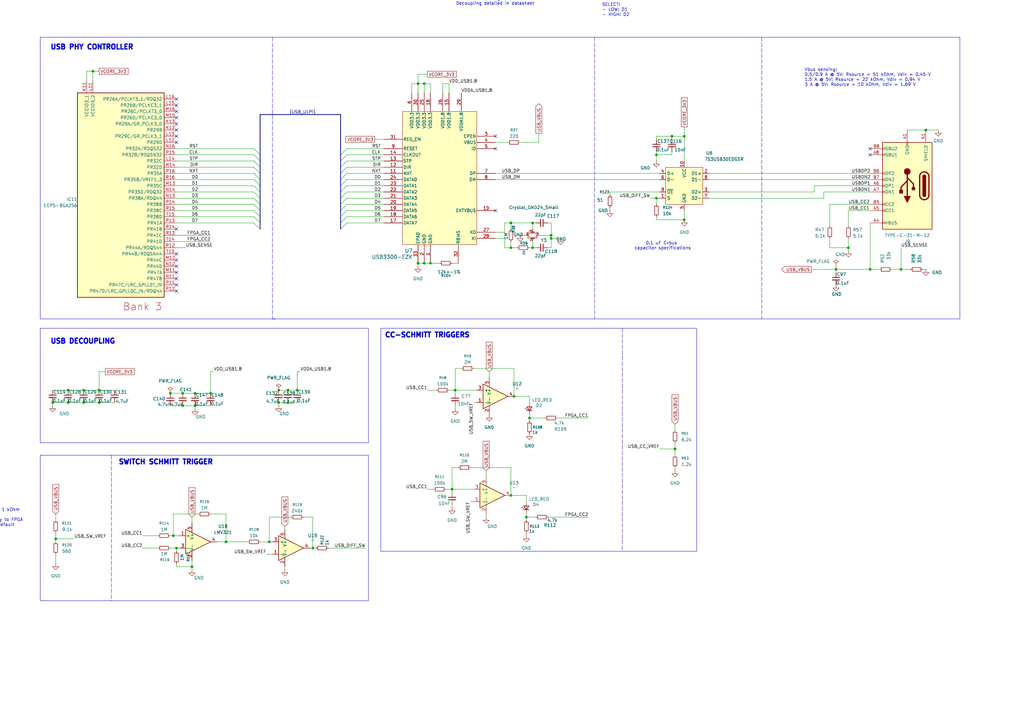
<source format=kicad_sch>
(kicad_sch (version 20250114) (generator "eeschema") (generator_version "9.0")
  (paper "A3")
  (bus_alias "USB_ULPI" (members "CLK" "D[0..7]" "RST" "STP" "DIR" "NXT"))
  (rectangle (start 16.51 134.62) (end 151.13 181.61))
  (rectangle (start 16.51 186.69) (end 151.13 246.38))
  (rectangle (start 156.21 134.62) (end 285.75 226.06))
  (rectangle (start 16.51 15.24) (end 393.7 130.81))
  (text "Vbus sensing: \n0.5/0.9 A @ 5V: Rsource = 51 kOhm, Vdiv = 0.45 V\n1.5 A @ 5V: Rsource = 22 kOhm, Vdiv = 0.94 V\n3 A @ 5V: Rsource = 10 kOhm, Vdiv = 1.69 V" (at 329.946 35.56 0) (effects (font (size 1.27 1.27)) (justify left bottom)))
  (text "USB_CC1: high -> USB_DIFF_SW: high -> D2 ACTIVE\nUSB_CC2: high -> USB_DIFF_SW: low -> D1 ACTIVE" (at 246.126 -2.54 0) (effects (font (size 1.27 1.27)) (justify left bottom)))
  (text "0.1 uF Cvbus \ncapacitor specifications" (at 271.78 100.838 0) (effects (font (size 1.27 1.27))))
  (text "SELECT:\n- LOW: D1\n- HIGH: D2" (at 246.888 6.858 0) (effects (font (size 1.27 1.27)) (justify left bottom)))
  (text "SCHMITT TRIGGER\nBOUNDARIES:\n- (0.56 V, 0.73 V), Vref: 0.81 V\n- Rs_CC <= 4 kOhm, Rs_Vref <= 1 kOhm\nOUT:\n- Indicates sufficient power supply to FPGA\n- LED-ON if current sourcing > default\nLED\n- Vdrop: 2 V\n- I = (5-2)/1k = 3 mA\nV_FPGA:\n- 3.2-2.8 V" (at -33.782 226.314 0) (effects (font (size 1.27 1.27)) (justify left bottom)))
  (text "TODO: \n- Check here whether a pull-up is needed on D+ or whether the USB driver takes care of that\n- Check whether the hysteresis here actually connects to the right pair\n- Add default pull-down (voltage divider) for SW_IN" (at 186.944 -25.146 0) (effects (font (size 1.27 1.27)) (justify left bottom)))
  (text "Regulator enabled\nDecoupling detailed in datasheet" (at 219.202 2.286 0) (effects (font (size 1.27 1.27)) (justify right bottom)))
  (text "SWITCH\n- 51 ohm @ unused pins (avoid reflections)\nSwitching voltage\n- 1.7-Vcc\n- Max Voltage: 7 V" (at 254 -11.938 0) (effects (font (size 1.27 1.27)) (justify left bottom)))
  (text_box "USB PHY CONTROLLER" (at 19.05 16.51 0) (size 48.26 5.08) (margins 1.4999 1.4999 1.4999 1.4999) (stroke (width -0.0001)) (effects (font (size 2 2) (thickness 2) (bold yes)) (justify left top)))
  (text_box "USB DECOUPLING" (at 19.05 137.16 0) (size 48.26 5.08) (margins 1.4999 1.4999 1.4999 1.4999) (stroke (width -0.0001)) (effects (font (size 2 2) (thickness 2) (bold yes)) (justify left top)))
  (text_box "SWITCH SCHMITT TRIGGER" (at 46.99 186.69 0) (size 48.26 5.08) (margins 1.4999 1.4999 1.4999 1.4999) (stroke (width -0.0001)) (effects (font (size 2 2) (thickness 2) (bold yes)) (justify left top)))
  (text_box "CC-SCHMITT TRIGGERS" (at 156.21 134.62 0) (size 48.26 5.08) (margins 1.4999 1.4999 1.4999 1.4999) (stroke (width -0.0001)) (effects (font (size 2 2) (thickness 2) (bold yes)) (justify left top)))
  (junction (at 114.3 165.1))
  (junction (at 78.74 232.41))
  (junction (at 347.98 101.6))
  (junction (at 27.94 160.02))
  (junction (at 379.73 53.34))
  (junction (at 27.94 165.1))
  (junction (at 280.67 55.88))
  (junction (at 118.11 165.1))
  (junction (at 369.57 110.49))
  (junction (at 74.93 166.37))
  (junction (at 217.17 171.45))
  (junction (at 226.06 97.79))
  (junction (at 22.86 220.98))
  (junction (at 269.24 81.28))
  (junction (at 173.99 107.95))
  (junction (at 218.44 101.6))
  (junction (at 276.86 184.15))
  (junction (at 80.01 161.29))
  (junction (at 40.64 165.1))
  (junction (at 80.01 166.37))
  (junction (at 34.29 160.02))
  (junction (at 215.9 212.09))
  (junction (at 218.44 91.44))
  (junction (at 69.85 161.29))
  (junction (at 38.1 29.21))
  (junction (at 171.45 34.29))
  (junction (at 92.71 222.25))
  (junction (at 210.82 162.56))
  (junction (at 128.27 224.79))
  (junction (at 209.55 91.44))
  (junction (at 121.92 160.02))
  (junction (at 269.24 63.5))
  (junction (at 226.06 96.52))
  (junction (at 74.93 161.29))
  (junction (at 34.29 165.1))
  (junction (at 185.42 200.66))
  (junction (at 171.45 107.95))
  (junction (at 209.55 203.2))
  (junction (at 114.3 160.02))
  (junction (at 72.39 224.79))
  (junction (at 176.53 107.95))
  (junction (at 280.67 90.17))
  (junction (at 186.69 160.02))
  (junction (at 86.36 161.29))
  (junction (at 71.12 219.71))
  (junction (at 173.99 34.29))
  (junction (at 356.87 110.49))
  (junction (at 118.11 160.02))
  (junction (at 21.59 165.1))
  (junction (at 275.59 55.88))
  (junction (at 40.64 160.02))
  (junction (at 110.49 222.25))
  (junction (at 342.9 110.49))
  (junction (at 209.55 101.6))
  (no_connect (at 72.39 111.76))
  (no_connect (at 72.39 93.98))
  (no_connect (at 72.39 43.18))
  (no_connect (at 72.39 45.72))
  (no_connect (at 72.39 40.64))
  (no_connect (at 72.39 106.68))
  (no_connect (at 356.87 60.96))
  (no_connect (at 203.2 55.88))
  (no_connect (at 72.39 53.34))
  (no_connect (at 72.39 114.3))
  (no_connect (at 356.87 63.5))
  (no_connect (at 72.39 55.88))
  (no_connect (at 72.39 116.84))
  (no_connect (at 72.39 58.42))
  (no_connect (at 203.2 60.96))
  (no_connect (at 72.39 109.22))
  (no_connect (at 72.39 119.38))
  (no_connect (at 72.39 50.8))
  (no_connect (at 203.2 86.36))
  (no_connect (at 72.39 104.14))
  (no_connect (at 72.39 48.26))
  (bus_entry (at 104.14 63.5) (size 2.54 2.54))
  (bus_entry (at 104.14 73.66) (size 2.54 2.54))
  (bus_entry (at 104.14 81.28) (size 2.54 2.54))
  (bus_entry (at 142.24 81.28) (size -2.54 2.54))
  (bus_entry (at 104.14 88.9) (size 2.54 2.54))
  (bus_entry (at 142.24 86.36) (size -2.54 2.54))
  (bus_entry (at 142.24 88.9) (size -2.54 2.54))
  (bus_entry (at 104.14 60.96) (size 2.54 2.54))
  (bus_entry (at 104.14 91.44) (size 2.54 2.54))
  (bus_entry (at 104.14 66.04) (size 2.54 2.54))
  (bus_entry (at 142.24 60.96) (size -2.54 2.54))
  (bus_entry (at 104.14 76.2) (size 2.54 2.54))
  (bus_entry (at 142.24 73.66) (size -2.54 2.54))
  (bus_entry (at 142.24 66.04) (size -2.54 2.54))
  (bus_entry (at 104.14 68.58) (size 2.54 2.54))
  (bus_entry (at 142.24 76.2) (size -2.54 2.54))
  (bus_entry (at 104.14 78.74) (size 2.54 2.54))
  (bus_entry (at 142.24 71.12) (size -2.54 2.54))
  (bus_entry (at 142.24 63.5) (size -2.54 2.54))
  (bus_entry (at 142.24 83.82) (size -2.54 2.54))
  (bus_entry (at 142.24 91.44) (size -2.54 2.54))
  (bus_entry (at 104.14 71.12) (size 2.54 2.54))
  (bus_entry (at 142.24 68.58) (size -2.54 2.54))
  (bus_entry (at 142.24 78.74) (size -2.54 2.54))
  (bus_entry (at 104.14 83.82) (size 2.54 2.54))
  (bus_entry (at 104.14 86.36) (size 2.54 2.54))
  (wire (pts (xy 72.39 71.12) (xy 104.14 71.12)))
  (wire (pts (xy 200.66 152.4) (xy 200.66 154.94)))
  (wire (pts (xy 128.27 224.79) (xy 127 224.79)))
  (wire (pts (xy 220.98 96.52) (xy 226.06 96.52)))
  (wire (pts (xy 92.71 210.82) (xy 92.71 222.25)))
  (wire (pts (xy 72.39 60.96) (xy 104.14 60.96)))
  (wire (pts (xy 157.48 71.12) (xy 142.24 71.12)))
  (wire (pts (xy 69.85 224.79) (xy 72.39 224.79)))
  (wire (pts (xy 72.39 63.5) (xy 104.14 63.5)))
  (wire (pts (xy 173.99 34.29) (xy 173.99 38.1)))
  (wire (pts (xy 181.61 34.29) (xy 181.61 38.1)))
  (wire (pts (xy 220.98 54.61) (xy 220.98 58.42)))
  (bus (pts (xy 106.68 76.2) (xy 106.68 73.66)))
  (wire (pts (xy 71.12 219.71) (xy 73.66 219.71)))
  (wire (pts (xy 116.84 215.9) (xy 116.84 217.17)))
  (wire (pts (xy 27.94 165.1) (xy 34.29 165.1)))
  (wire (pts (xy 71.12 210.82) (xy 71.12 219.71)))
  (wire (pts (xy 157.48 63.5) (xy 142.24 63.5)))
  (bus (pts (xy 106.68 88.9) (xy 106.68 91.44)))
  (wire (pts (xy 184.15 34.29) (xy 181.61 34.29)))
  (wire (pts (xy 207.01 95.25) (xy 203.2 95.25)))
  (wire (pts (xy 217.17 171.45) (xy 223.52 171.45)))
  (polyline (pts (xy 111.76 15.24) (xy 111.76 130.81)) (stroke (width 0) (type dash)))
  (wire (pts (xy 109.22 227.33) (xy 111.76 227.33)))
  (wire (pts (xy 80.01 167.64) (xy 80.01 166.37)))
  (wire (pts (xy 72.39 66.04) (xy 104.14 66.04)))
  (bus (pts (xy 139.7 66.04) (xy 139.7 68.58)))
  (wire (pts (xy 114.3 165.1) (xy 114.3 166.37)))
  (wire (pts (xy 121.92 152.4) (xy 121.92 160.02)))
  (wire (pts (xy 269.24 55.88) (xy 275.59 55.88)))
  (wire (pts (xy 72.39 73.66) (xy 104.14 73.66)))
  (wire (pts (xy 22.86 220.98) (xy 22.86 222.25)))
  (bus (pts (xy 106.68 68.58) (xy 106.68 71.12)))
  (wire (pts (xy 80.01 166.37) (xy 86.36 166.37)))
  (wire (pts (xy 118.11 165.1) (xy 121.92 165.1)))
  (bus (pts (xy 106.68 46.99) (xy 106.68 63.5)))
  (wire (pts (xy 270.51 184.15) (xy 276.86 184.15)))
  (bus (pts (xy 106.68 78.74) (xy 106.68 76.2)))
  (wire (pts (xy 43.18 152.4) (xy 40.64 152.4)))
  (bus (pts (xy 139.7 88.9) (xy 139.7 91.44)))
  (wire (pts (xy 186.69 160.02) (xy 186.69 161.29)))
  (wire (pts (xy 171.45 34.29) (xy 168.91 34.29)))
  (wire (pts (xy 276.86 181.61) (xy 276.86 184.15)))
  (wire (pts (xy 217.17 170.18) (xy 217.17 171.45)))
  (wire (pts (xy 215.9 203.2) (xy 209.55 203.2)))
  (wire (pts (xy 290.83 71.12) (xy 356.87 71.12)))
  (wire (pts (xy 78.74 212.09) (xy 78.74 214.63)))
  (wire (pts (xy 87.63 152.4) (xy 86.36 152.4)))
  (wire (pts (xy 369.57 110.49) (xy 373.38 110.49)))
  (wire (pts (xy 88.9 222.25) (xy 92.71 222.25)))
  (bus (pts (xy 139.7 88.9) (xy 139.7 86.36)))
  (wire (pts (xy 72.39 232.41) (xy 78.74 232.41)))
  (wire (pts (xy 219.71 91.44) (xy 218.44 91.44)))
  (wire (pts (xy 332.74 110.49) (xy 342.9 110.49)))
  (wire (pts (xy 171.45 107.95) (xy 173.99 107.95)))
  (wire (pts (xy 212.09 101.6) (xy 209.55 101.6)))
  (wire (pts (xy 269.24 57.15) (xy 269.24 55.88)))
  (wire (pts (xy 347.98 101.6) (xy 347.98 102.87)))
  (polyline (pts (xy 45.72 186.69) (xy 45.72 246.38)) (stroke (width 0) (type dash)))
  (wire (pts (xy 118.11 160.02) (xy 121.92 160.02)))
  (wire (pts (xy 207.01 97.79) (xy 203.2 97.79)))
  (wire (pts (xy 40.64 165.1) (xy 46.99 165.1)))
  (wire (pts (xy 81.28 210.82) (xy 71.12 210.82)))
  (bus (pts (xy 106.68 46.99) (xy 139.7 46.99)))
  (wire (pts (xy 72.39 99.06) (xy 86.36 99.06)))
  (wire (pts (xy 269.24 81.28) (xy 270.51 81.28)))
  (wire (pts (xy 217.17 162.56) (xy 210.82 162.56)))
  (wire (pts (xy 215.9 212.09) (xy 215.9 213.36)))
  (wire (pts (xy 209.55 99.06) (xy 209.55 101.6)))
  (polyline (pts (xy 312.42 15.24) (xy 312.42 130.81)) (stroke (width 0) (type dash)))
  (wire (pts (xy 187.96 191.77) (xy 185.42 191.77)))
  (wire (pts (xy 209.55 91.44) (xy 207.01 91.44)))
  (wire (pts (xy 193.04 205.74) (xy 194.31 205.74)))
  (wire (pts (xy 34.29 160.02) (xy 40.64 160.02)))
  (wire (pts (xy 266.7 81.28) (xy 269.24 81.28)))
  (wire (pts (xy 347.98 86.36) (xy 356.87 86.36)))
  (wire (pts (xy 226.06 97.79) (xy 226.06 101.6)))
  (wire (pts (xy 72.39 83.82) (xy 104.14 83.82)))
  (wire (pts (xy 226.06 91.44) (xy 226.06 96.52)))
  (wire (pts (xy 35.56 29.21) (xy 38.1 29.21)))
  (wire (pts (xy 347.98 97.79) (xy 347.98 101.6)))
  (wire (pts (xy 215.9 96.52) (xy 213.36 96.52)))
  (bus (pts (xy 139.7 81.28) (xy 139.7 78.74)))
  (bus (pts (xy 139.7 78.74) (xy 139.7 76.2)))
  (wire (pts (xy 157.48 60.96) (xy 142.24 60.96)))
  (wire (pts (xy 207.01 91.44) (xy 207.01 95.25)))
  (wire (pts (xy 342.9 110.49) (xy 342.9 109.22)))
  (wire (pts (xy 72.39 68.58) (xy 104.14 68.58)))
  (wire (pts (xy 347.98 86.36) (xy 347.98 92.71)))
  (wire (pts (xy 176.53 38.1) (xy 176.53 34.29)))
  (wire (pts (xy 149.86 224.79) (xy 134.62 224.79)))
  (wire (pts (xy 275.59 63.5) (xy 275.59 62.23)))
  (wire (pts (xy 185.42 200.66) (xy 185.42 201.93)))
  (wire (pts (xy 217.17 165.1) (xy 217.17 162.56)))
  (wire (pts (xy 40.64 160.02) (xy 46.99 160.02)))
  (wire (pts (xy 69.85 161.29) (xy 74.93 161.29)))
  (wire (pts (xy 269.24 63.5) (xy 275.59 63.5)))
  (bus (pts (xy 106.68 88.9) (xy 106.68 86.36)))
  (wire (pts (xy 92.71 222.25) (xy 101.6 222.25)))
  (wire (pts (xy 194.31 151.13) (xy 210.82 151.13)))
  (wire (pts (xy 194.31 165.1) (xy 195.58 165.1)))
  (wire (pts (xy 72.39 76.2) (xy 104.14 76.2)))
  (wire (pts (xy 110.49 222.25) (xy 111.76 222.25)))
  (wire (pts (xy 186.69 160.02) (xy 195.58 160.02)))
  (wire (pts (xy 209.55 101.6) (xy 207.01 101.6)))
  (wire (pts (xy 142.24 78.74) (xy 157.48 78.74)))
  (wire (pts (xy 290.83 73.66) (xy 356.87 73.66)))
  (wire (pts (xy 72.39 86.36) (xy 104.14 86.36)))
  (wire (pts (xy 22.86 218.44) (xy 22.86 220.98)))
  (wire (pts (xy 184.15 34.29) (xy 184.15 38.1)))
  (bus (pts (xy 106.68 63.5) (xy 106.68 66.04)))
  (wire (pts (xy 157.48 91.44) (xy 142.24 91.44)))
  (wire (pts (xy 128.27 212.09) (xy 128.27 224.79)))
  (wire (pts (xy 224.79 212.09) (xy 241.3 212.09)))
  (wire (pts (xy 218.44 101.6) (xy 219.71 101.6)))
  (bus (pts (xy 139.7 63.5) (xy 139.7 66.04)))
  (wire (pts (xy 157.48 81.28) (xy 142.24 81.28)))
  (wire (pts (xy 72.39 78.74) (xy 104.14 78.74)))
  (wire (pts (xy 128.27 224.79) (xy 129.54 224.79)))
  (wire (pts (xy 22.86 227.33) (xy 22.86 231.14)))
  (wire (pts (xy 193.04 191.77) (xy 209.55 191.77)))
  (wire (pts (xy 226.06 97.79) (xy 226.06 96.52)))
  (wire (pts (xy 337.82 81.28) (xy 290.83 81.28)))
  (bus (pts (xy 139.7 76.2) (xy 139.7 73.66)))
  (wire (pts (xy 157.48 88.9) (xy 142.24 88.9)))
  (wire (pts (xy 280.67 52.07) (xy 280.67 55.88)))
  (bus (pts (xy 139.7 83.82) (xy 139.7 81.28)))
  (wire (pts (xy 356.87 110.49) (xy 360.68 110.49)))
  (wire (pts (xy 119.38 212.09) (xy 110.49 212.09)))
  (wire (pts (xy 186.69 160.02) (xy 184.15 160.02)))
  (wire (pts (xy 185.42 191.77) (xy 185.42 200.66)))
  (wire (pts (xy 86.36 210.82) (xy 92.71 210.82)))
  (bus (pts (xy 106.68 71.12) (xy 106.68 73.66)))
  (polyline (pts (xy 243.84 15.24) (xy 243.84 130.81)) (stroke (width 0) (type dash)))
  (wire (pts (xy 72.39 96.52) (xy 86.36 96.52)))
  (wire (pts (xy 215.9 210.82) (xy 215.9 212.09)))
  (wire (pts (xy 171.45 107.95) (xy 171.45 109.22)))
  (wire (pts (xy 74.93 166.37) (xy 80.01 166.37)))
  (wire (pts (xy 22.86 210.82) (xy 22.86 213.36)))
  (wire (pts (xy 369.57 110.49) (xy 369.57 101.6)))
  (wire (pts (xy 157.48 66.04) (xy 142.24 66.04)))
  (wire (pts (xy 215.9 205.74) (xy 215.9 203.2)))
  (wire (pts (xy 58.42 224.79) (xy 64.77 224.79)))
  (wire (pts (xy 76.2 101.6) (xy 72.39 101.6)))
  (wire (pts (xy 228.6 171.45) (xy 241.3 171.45)))
  (wire (pts (xy 21.59 165.1) (xy 27.94 165.1)))
  (wire (pts (xy 209.55 191.77) (xy 209.55 203.2)))
  (wire (pts (xy 185.42 207.01) (xy 185.42 208.28)))
  (wire (pts (xy 269.24 90.17) (xy 280.67 90.17)))
  (wire (pts (xy 176.53 34.29) (xy 173.99 34.29)))
  (wire (pts (xy 250.19 78.74) (xy 250.19 80.01)))
  (wire (pts (xy 290.83 78.74) (xy 334.01 78.74)))
  (bus (pts (xy 139.7 91.44) (xy 139.7 93.98)))
  (wire (pts (xy 175.26 200.66) (xy 177.8 200.66)))
  (wire (pts (xy 334.01 78.74) (xy 334.01 76.2)))
  (wire (pts (xy 168.91 34.29) (xy 168.91 38.1)))
  (wire (pts (xy 226.06 97.79) (xy 229.87 97.79)))
  (wire (pts (xy 27.94 160.02) (xy 34.29 160.02)))
  (wire (pts (xy 34.29 165.1) (xy 40.64 165.1)))
  (wire (pts (xy 356.87 91.44) (xy 356.87 110.49)))
  (wire (pts (xy 35.56 29.21) (xy 35.56 33.02)))
  (wire (pts (xy 69.85 219.71) (xy 71.12 219.71)))
  (wire (pts (xy 224.79 91.44) (xy 226.06 91.44)))
  (wire (pts (xy 171.45 34.29) (xy 171.45 38.1)))
  (wire (pts (xy 340.36 83.82) (xy 340.36 92.71)))
  (wire (pts (xy 372.11 53.34) (xy 379.73 53.34)))
  (wire (pts (xy 157.48 76.2) (xy 142.24 76.2)))
  (wire (pts (xy 269.24 81.28) (xy 269.24 83.82)))
  (wire (pts (xy 189.23 151.13) (xy 186.69 151.13)))
  (wire (pts (xy 78.74 232.41) (xy 78.74 229.87)))
  (wire (pts (xy 176.53 107.95) (xy 180.34 107.95)))
  (bus (pts (xy 139.7 68.58) (xy 139.7 71.12)))
  (bus (pts (xy 106.68 66.04) (xy 106.68 68.58)))
  (wire (pts (xy 30.48 220.98) (xy 22.86 220.98)))
  (wire (pts (xy 175.26 30.48) (xy 171.45 30.48)))
  (wire (pts (xy 280.67 86.36) (xy 280.67 90.17)))
  (wire (pts (xy 215.9 212.09) (xy 219.71 212.09)))
  (wire (pts (xy 199.39 212.09) (xy 199.39 210.82)))
  (wire (pts (xy 210.82 151.13) (xy 210.82 162.56)))
  (polyline (pts (xy 255.27 134.62) (xy 255.27 226.06)) (stroke (width 0) (type dash)))
  (wire (pts (xy 269.24 63.5) (xy 269.24 62.23)))
  (wire (pts (xy 78.74 233.68) (xy 78.74 232.41)))
  (wire (pts (xy 114.3 160.02) (xy 118.11 160.02)))
  (wire (pts (xy 199.39 193.04) (xy 199.39 195.58)))
  (wire (pts (xy 378.46 110.49) (xy 379.73 110.49)))
  (wire (pts (xy 203.2 58.42) (xy 208.28 58.42)))
  (bus (pts (xy 106.68 91.44) (xy 106.68 93.98)))
  (wire (pts (xy 185.42 200.66) (xy 182.88 200.66)))
  (wire (pts (xy 116.84 233.68) (xy 116.84 232.41)))
  (wire (pts (xy 186.69 166.37) (xy 186.69 167.64)))
  (wire (pts (xy 340.36 101.6) (xy 347.98 101.6)))
  (wire (pts (xy 21.59 160.02) (xy 27.94 160.02)))
  (wire (pts (xy 337.82 78.74) (xy 337.82 81.28)))
  (wire (pts (xy 275.59 57.15) (xy 275.59 55.88)))
  (wire (pts (xy 342.9 110.49) (xy 356.87 110.49)))
  (wire (pts (xy 72.39 81.28) (xy 104.14 81.28)))
  (wire (pts (xy 269.24 66.04) (xy 269.24 63.5)))
  (polyline (pts (xy 111.76 130.81) (xy 113.03 130.81)))
  (wire (pts (xy 365.76 110.49) (xy 369.57 110.49)))
  (wire (pts (xy 217.17 171.45) (xy 217.17 172.72)))
  (wire (pts (xy 157.48 73.66) (xy 142.24 73.66)))
  (wire (pts (xy 173.99 34.29) (xy 171.45 34.29)))
  (wire (pts (xy 171.45 30.48) (xy 171.45 34.29)))
  (bus (pts (xy 106.68 83.82) (xy 106.68 86.36)))
  (wire (pts (xy 275.59 55.88) (xy 280.67 55.88)))
  (wire (pts (xy 124.46 212.09) (xy 128.27 212.09)))
  (wire (pts (xy 72.39 231.14) (xy 72.39 232.41)))
  (wire (pts (xy 157.48 83.82) (xy 142.24 83.82)))
  (wire (pts (xy 74.93 161.29) (xy 80.01 161.29)))
  (wire (pts (xy 157.48 68.58) (xy 142.24 68.58)))
  (wire (pts (xy 218.44 91.44) (xy 218.44 93.98)))
  (wire (pts (xy 213.36 58.42) (xy 220.98 58.42)))
  (wire (pts (xy 157.48 86.36) (xy 142.24 86.36)))
  (wire (pts (xy 203.2 73.66) (xy 270.51 73.66)))
  (wire (pts (xy 186.69 151.13) (xy 186.69 160.02)))
  (wire (pts (xy 40.64 29.21) (xy 38.1 29.21)))
  (wire (pts (xy 72.39 224.79) (xy 73.66 224.79)))
  (wire (pts (xy 38.1 29.21) (xy 38.1 33.02)))
  (wire (pts (xy 337.82 78.74) (xy 356.87 78.74)))
  (wire (pts (xy 157.48 57.15) (xy 153.67 57.15)))
  (wire (pts (xy 334.01 76.2) (xy 356.87 76.2)))
  (wire (pts (xy 276.86 191.77) (xy 276.86 193.04)))
  (wire (pts (xy 276.86 173.99) (xy 276.86 176.53)))
  (wire (pts (xy 340.36 97.79) (xy 340.36 101.6)))
  (wire (pts (xy 58.42 219.71) (xy 64.77 219.71)))
  (wire (pts (xy 86.36 152.4) (xy 86.36 161.29)))
  (bus (pts (xy 139.7 83.82) (xy 139.7 86.36)))
  (wire (pts (xy 280.67 55.88) (xy 280.67 66.04)))
  (wire (pts (xy 110.49 212.09) (xy 110.49 222.25)))
  (wire (pts (xy 269.24 90.17) (xy 269.24 88.9)))
  (wire (pts (xy 80.01 161.29) (xy 86.36 161.29)))
  (wire (pts (xy 379.73 53.34) (xy 384.81 53.34)))
  (wire (pts (xy 209.55 91.44) (xy 209.55 93.98)))
  (wire (pts (xy 340.36 83.82) (xy 356.87 83.82)))
  (wire (pts (xy 72.39 91.44) (xy 104.14 91.44)))
  (wire (pts (xy 106.68 222.25) (xy 110.49 222.25)))
  (wire (pts (xy 207.01 97.79) (xy 207.01 101.6)))
  (wire (pts (xy 114.3 165.1) (xy 118.11 165.1)))
  (wire (pts (xy 173.99 107.95) (xy 176.53 107.95)))
  (wire (pts (xy 72.39 88.9) (xy 104.14 88.9)))
  (wire (pts (xy 218.44 99.06) (xy 218.44 101.6)))
  (wire (pts (xy 250.19 78.74) (xy 270.51 78.74)))
  (wire (pts (xy 69.85 166.37) (xy 74.93 166.37)))
  (wire (pts (xy 342.9 111.76) (xy 342.9 110.49)))
  (bus (pts (xy 139.7 71.12) (xy 139.7 73.66)))
  (bus (pts (xy 139.7 46.99) (xy 139.7 63.5)))
  (wire (pts (xy 276.86 184.15) (xy 276.86 186.69)))
  (bus (pts (xy 106.68 81.28) (xy 106.68 78.74)))
  (wire (pts (xy 218.44 91.44) (xy 209.55 91.44)))
  (wire (pts (xy 123.19 152.4) (xy 121.92 152.4)))
  (wire (pts (xy 185.42 107.95) (xy 187.96 107.95)))
  (wire (pts (xy 215.9 219.71) (xy 215.9 218.44)))
  (wire (pts (xy 72.39 224.79) (xy 72.39 226.06)))
  (wire (pts (xy 250.19 85.09) (xy 250.19 86.36)))
  (wire (pts (xy 226.06 101.6) (xy 224.79 101.6)))
  (bus (pts (xy 106.68 83.82) (xy 106.68 81.28)))
  (wire (pts (xy 203.2 71.12) (xy 270.51 71.12)))
  (wire (pts (xy 21.59 166.37) (xy 21.59 165.1)))
  (wire (pts (xy 40.64 152.4) (xy 40.64 160.02)))
  (wire (pts (xy 185.42 200.66) (xy 194.31 200.66)))
  (wire (pts (xy 175.26 160.02) (xy 179.07 160.02)))
  (wire (pts (xy 218.44 101.6) (xy 217.17 101.6)))
  (label "USB_SENSE" (at 76.2 101.6 0))
  (label "D6" (at 156.21 88.9 180))
  (label "DIR" (at 156.21 68.58 180))
  (label "USB_DIFF_SW" (at 266.7 81.28 180))
  (label "USB_CC2" (at 347.98 83.82 0))
  (label "D5" (at 156.21 86.36 180))
  (label "D0" (at 81.28 73.66 180))
  (label "RST" (at 81.28 60.96 180))
  (label "FPGA_CC2" (at 241.3 212.09 180))
  (label "STP" (at 156.21 66.04 180))
  (label "USB_SW_VREF" (at 30.48 220.98 0))
  (label "USB_DP" (at 205.74 71.12 0))
  (label "USBDP1" (at 349.25 76.2 0))
  (label "D1" (at 81.28 76.2 180))
  (label "NXT" (at 156.21 71.12 180))
  (label "USB_SW_VREF" (at 194.31 165.1 270))
  (label "D3" (at 81.28 81.28 180))
  (label "D3" (at 156.21 81.28 180))
  (label "D4" (at 156.21 83.82 180))
  (label "RST" (at 156.21 60.96 180))
  (label "DIR" (at 81.28 68.58 180))
  (label "USB_DIFF_SW" (at 149.86 224.79 180))
  (label "USBDN2" (at 349.25 73.66 0))
  (label "USB_CC1" (at 175.26 200.66 180))
  (label "USB_DM" (at 205.74 73.66 0))
  (label "D5" (at 81.28 86.36 180))
  (label "D2" (at 81.28 78.74 180))
  (label "CLK" (at 81.28 63.5 180))
  (label "D0" (at 156.21 73.66 180))
  (label "FPGA_CC1" (at 241.3 171.45 180))
  (label "USB_SENSE" (at 369.57 101.6 0))
  (label "VDD_USB1.8" (at 87.63 152.4 0))
  (label "USBDN1" (at 349.25 78.74 0))
  (label "USBDP2" (at 349.25 71.12 0))
  (label "STP" (at 81.28 66.04 180))
  (label "USB_CC1" (at 347.98 86.36 0))
  (label "D7" (at 81.28 91.44 180))
  (label "D4" (at 81.28 83.82 180))
  (label "VDD_USB1.8" (at 184.15 34.29 0))
  (label "D1" (at 156.21 76.2 180))
  (label "FPGA_CC1" (at 86.36 96.52 180))
  (label "USB_CC1" (at 175.26 160.02 180))
  (label "NXT" (at 81.28 71.12 180))
  (label "USB_CC_VREF" (at 270.51 184.15 180))
  (label "D2" (at 156.21 78.74 180))
  (label "CLK" (at 156.21 63.5 180))
  (label "USB_SW_VREF" (at 193.04 205.74 270))
  (label "FPGA_CC2" (at 86.36 99.06 180))
  (label "{USB_ULPI}" (at 129.54 46.99 180))
  (label "USB_CC1" (at 58.42 219.71 180))
  (label "VDDA_USB1.8" (at 123.19 152.4 0))
  (label "VDDA_USB1.8" (at 189.23 38.1 0))
  (label "D7" (at 156.21 91.44 180))
  (label "USB_SW_VREF" (at 109.22 227.33 180))
  (label "USB_CC2" (at 58.42 224.79 180))
  (label "D6" (at 81.28 88.9 180))
  (global_label "USB_VBUS" (shape input) (at 199.39 193.04 90) (property "Intersheetrefs" "${INTERSHEET_REFS}" (effects (hide yes))))
  (global_label "USB_VBUS" (shape output) (at 220.98 54.61 90) (property "Intersheetrefs" "${INTERSHEET_REFS}" (effects (hide yes))))
  (global_label "USB_VBUS" (shape input) (at 78.74 212.09 90) (property "Intersheetrefs" "${INTERSHEET_REFS}" (effects (hide yes))))
  (global_label "USB_VBUS" (shape input) (at 22.86 210.82 90) (property "Intersheetrefs" "${INTERSHEET_REFS}" (effects (hide yes))))
  (global_label "USB_VBUS" (shape output) (at 332.74 110.49 180) (property "Intersheetrefs" "${INTERSHEET_REFS}" (effects (hide yes))))
  (global_label "VCORE_3V3" (shape passive) (at 43.18 152.4 0) (property "Intersheetrefs" "${INTERSHEET_REFS}" (effects (hide yes))))
  (global_label "VCORE_3V3" (shape passive) (at 153.67 57.15 180) (property "Intersheetrefs" "${INTERSHEET_REFS}" (effects (hide yes))))
  (global_label "VCORE_3V3" (shape passive) (at 40.64 29.21 0) (property "Intersheetrefs" "${INTERSHEET_REFS}" (effects (hide yes))))
  (global_label "USB_VBUS" (shape input) (at 276.86 173.99 90) (property "Intersheetrefs" "${INTERSHEET_REFS}" (effects (hide yes))))
  (global_label "VCORE_3V3" (shape passive) (at 280.67 52.07 90) (property "Intersheetrefs" "${INTERSHEET_REFS}" (effects (hide yes))))
  (global_label "USB_VBUS" (shape input) (at 116.84 215.9 90) (property "Intersheetrefs" "${INTERSHEET_REFS}" (effects (hide yes))))
  (global_label "USB_VBUS" (shape input) (at 200.66 152.4 90) (property "Intersheetrefs" "${INTERSHEET_REFS}" (effects (hide yes))))
  (global_label "VCORE_3V3" (shape passive) (at 175.26 30.48 0) (property "Intersheetrefs" "${INTERSHEET_REFS}" (effects (hide yes))))
  (symbol (lib_id "Device:R_Small") (at 363.22 110.49 90) (unit 1)
    (property "Reference" "R52" (at 361.95 107.95 0) (effects (justify left)))
    (property "Value" "33k" (at 364.49 106.68 0) (effects (justify left)))
    (property "Footprint" "Resistor_SMD:R_0603_1608Metric" (effects (hide yes)))
    (property "Description" "Resistor, small symbol" (effects (hide yes)))
    (property "MPN" "0603WAF3302T5E" (effects (hide yes)))
    (property "LPN" "C4216" (effects (hide yes)))
  )
  (symbol (lib_id "Amplifier_Operational:LMV321") (at 81.28 222.25 0) (unit 1)
    (property "Reference" "U18" (at 91.44 215.8298 0))
    (property "Value" "LMV321" (at 91.44 218.3698 0))
    (property "Footprint" "Package_TO_SOT_SMD:SOT-23-5" (effects (hide yes)))
    (property "Datasheet" "http://www.ti.com/lit/ds/symlink/lmv324.pdf" (effects (hide yes)))
    (property "Description" "Low-Voltage Rail-to-Rail Output Operational Amplifiers, SOT-23-5/SC-70-5" (effects (hide yes)))
    (property "LPN" "C7972" (effects (hide yes)))
    (property "MPN" "LMV321IDBVR" (effects (hide yes)))
  )
  (symbol (lib_id "Device:C_Small") (at 86.36 163.83 0) (unit 1)
    (property "Reference" "C148" (at 86.614 162.052 0) (effects (justify left)))
    (property "Value" "0.1uF" (at 86.36 165.608 0) (effects (justify left)))
    (property "Footprint" "Capacitor_SMD:C_0402_1005Metric" (effects (hide yes)))
    (property "Description" "X7R" (effects (hide yes)))
    (property "LPN" "C307331" (effects (hide yes)))
    (property "MPN" "CL05B104KB54PNC" (effects (hide yes)))
  )
  (symbol (lib_id "power:GND") (at 342.9 116.84 0) (unit 1)
    (property "Reference" "#PWR086" (effects (hide yes)))
    (property "Value" "GND" (at 343.154 120.65 0))
    (property "Description" "Power symbol creates a global label with name \"GND\" , ground" (effects (hide yes)))
  )
  (symbol (lib_id "Device:R_Small") (at 22.86 215.9 180) (unit 1)
    (property "Reference" "R121" (at 25.4 214.6299 0) (effects (font (size 1.016 1.016)) (justify right)))
    (property "Value" "9.1k" (at 25.4 217.1699 0) (effects (justify right)))
    (property "Footprint" "Resistor_SMD:R_0603_1608Metric_Pad0.98x0.95mm_HandSolder" (effects (hide yes)))
    (property "Description" "Resistor, small symbol" (effects (hide yes)))
    (property "MPN" "0603WAF9101T5E" (effects (hide yes)))
    (property "LPN" "C23260" (effects (hide yes)))
  )
  (symbol (lib_id "Device:R_Small") (at 217.17 175.26 0) (unit 1)
    (property "Reference" "R108" (at 218.44 175.26 0) (effects (font (size 1.016 1.016)) (justify left)))
    (property "Value" "1k" (at 218.186 177.292 0) (effects (justify left)))
    (property "Footprint" "Resistor_SMD:R_0603_1608Metric" (effects (hide yes)))
    (property "Datasheet" "https://jlcpcb.com/api/file/downloadByFileSystemAccessId/8579706098733010944" (effects (hide yes)))
    (property "Description" "Resistor, small symbol" (effects (hide yes)))
    (property "LPN" "C21190" (effects (hide yes)))
    (property "MPN" "0603WAF1001T5E" (effects (hide yes)))
  )
  (symbol (lib_id "Device:C_Small") (at 27.94 162.56 0) (unit 1)
    (property "Reference" "C128" (at 28.194 160.782 0) (effects (justify left)))
    (property "Value" "0.1uF" (at 27.94 164.338 0) (effects (justify left)))
    (property "Footprint" "Capacitor_SMD:C_0402_1005Metric" (effects (hide yes)))
    (property "Description" "X7R" (effects (hide yes)))
    (property "LPN" "C307331" (effects (hide yes)))
    (property "MPN" "CL05B104KB54PNC" (effects (hide yes)))
  )
  (symbol (lib_id "Interface_USB:TS3USB30EDGSR") (at 280.67 76.2 0) (unit 1)
    (property "Reference" "U6" (at 289.56 62.738 0) (effects (justify left)))
    (property "Value" "TS3USB30EDGSR" (at 289.052 65.278 0) (effects (justify left)))
    (property "Footprint" "Package_SO:VSSOP-10_3x3mm_P0.5mm" (effects (hide yes)))
    (property "Datasheet" "https://www.ti.com/lit/ds/symlink/ts3usb30e.pdf" (effects (hide yes)))
    (property "Description" "ESD-Protected, High-Speed USB 2.0 (480-Mbps) 1:2 Multiplexer/Demultiplexer Switch With Single Enable, VSSOP-10" (effects (hide yes)))
    (property "LPN" "C131998" (effects (hide yes)))
    (property "MPN" "TS3USB30EDGSR " (effects (hide yes)))
  )
  (symbol (lib_id "Device:R_Small") (at 214.63 101.6 270) (mirror x) (unit 1)
    (property "Reference" "R39" (at 214.884 99.822 90) (effects (font (size 1.016 1.016))))
    (property "Value" "0" (at 214.884 103.632 90))
    (property "Footprint" "Resistor_SMD:R_0402_1005Metric_Pad0.72x0.64mm_HandSolder" (effects (hide yes)))
    (property "Description" "Resistor, small symbol" (effects (hide yes)))
    (property "LPN" "C17168" (effects (hide yes)))
    (property "MPN" "0402WGF0000TCE" (effects (hide yes)))
  )
  (symbol (lib_id "Device:R_Small") (at 276.86 189.23 180) (unit 1)
    (property "Reference" "R53" (at 279.4 187.9599 0) (effects (font (size 1.016 1.016)) (justify right)))
    (property "Value" "1.2k" (at 279.4 190.4999 0) (effects (justify right)))
    (property "Footprint" "Resistor_SMD:R_0603_1608Metric_Pad0.98x0.95mm_HandSolder" (effects (hide yes)))
    (property "Description" "Resistor, small symbol" (effects (hide yes)))
    (property "MPN" "0603WAF1201T5E" (effects (hide yes)))
    (property "LPN" "C22765" (effects (hide yes)))
  )
  (symbol (lib_id "Device:R_Small") (at 375.92 110.49 90) (unit 1)
    (property "Reference" "R58" (at 374.65 107.95 0) (effects (justify left)))
    (property "Value" "33k" (at 377.19 107.95 0) (effects (justify left)))
    (property "Footprint" "Resistor_SMD:R_0603_1608Metric" (effects (hide yes)))
    (property "Description" "Resistor, small symbol" (effects (hide yes)))
    (property "Manufacturing part number" "0603WAF3302T5E" (effects (hide yes)))
    (property "LPN" "C4216" (effects (hide yes)))
  )
  (symbol (lib_id "power:GND") (at 347.98 102.87 0) (unit 1)
    (property "Reference" "#PWR087" (effects (hide yes)))
    (property "Value" "GND" (at 344.678 104.394 0))
    (property "Description" "Power symbol creates a global label with name \"GND\" , ground" (effects (hide yes)))
  )
  (symbol (lib_id "iw-phyctrl:USB3300-EZK") (at 217.17 49.53 0) (mirror y) (unit 1)
    (property "Reference" "U7" (at 169.3067 102.87 0) (effects (font (size 1.524 1.524)) (justify left)))
    (property "Value" "USB3300-EZK" (at 169.3067 105.41 0) (effects (font (size 1.524 1.524)) (justify left)))
    (property "Footprint" "iw-phyctrl:QFN32_5X5MC_MCH" (effects (hide yes)))
    (property "Datasheet" "USB3300-EZK" (effects (hide yes)))
    (property "LPN" "C108383" (effects (hide yes)))
    (property "MPN" "USB3300-EZK-TR " (effects (hide yes)))
  )
  (symbol (lib_id "iw-analog:COS3201") (at 208.28 162.56 0) (unit 1)
    (property "Reference" "U12" (at 212.09 157.4098 0))
    (property "Value" "~" (at 212.09 159.3149 0))
    (property "Footprint" "Package_TO_SOT_SMD:SOT-23-5" (effects (hide yes)))
    (property "Datasheet" "https://xonstorage.blob.core.windows.net/pdf/cosine_cos3201tr_apr22_xonlink.pdf" (effects (hide yes)))
    (property "LPN" "C3035955" (effects (hide yes)))
    (property "MPN" "COS3201TR" (effects (hide yes)))
  )
  (symbol (lib_id "power:GND") (at 185.42 208.28 0) (unit 1)
    (property "Reference" "#PWR0125" (effects (hide yes)))
    (property "Value" "GND" (at 185.42 213.36 0))
    (property "Description" "Power symbol creates a global label with name \"GND\" , ground" (effects (hide yes)))
  )
  (symbol (lib_id "power:PWR_FLAG") (at 114.3 160.02 0) (unit 1)
    (property "Reference" "#FLG07" (effects (hide yes)))
    (property "Value" "PWR_FLAG" (at 114.3 154.94 0))
    (property "Description" "Special symbol for telling ERC where power comes from" (effects (hide yes)))
  )
  (symbol (lib_id "power:GND") (at 276.86 193.04 0) (unit 1)
    (property "Reference" "#PWR085" (effects (hide yes)))
    (property "Value" "GND" (at 276.86 198.12 0))
    (property "Description" "Power symbol creates a global label with name \"GND\" , ground" (effects (hide yes)))
  )
  (symbol (lib_id "Device:R_Small") (at 182.88 107.95 90) (mirror x) (unit 1)
    (property "Reference" "R104" (at 182.88 113.03 90) (effects (font (size 1.016 1.016))))
    (property "Value" "12k+-1%" (at 184.15 111.506 90))
    (property "Footprint" "Resistor_SMD:R_0603_1608Metric" (effects (hide yes)))
    (property "Description" "12k, should be 12.1k" (effects (hide yes)))
    (property "LPN" "C22790" (effects (hide yes)))
    (property "MPN" "0603WAF1202T5E" (effects (hide yes)))
  )
  (symbol (lib_id "power:GND") (at 200.66 170.18 0) (unit 1)
    (property "Reference" "#PWR084" (effects (hide yes)))
    (property "Value" "GND" (at 200.66 175.26 0))
    (property "Description" "Power symbol creates a global label with name \"GND\" , ground" (effects (hide yes)))
  )
  (symbol (lib_id "power:GND") (at 116.84 233.68 0) (unit 1)
    (property "Reference" "#PWR0129" (effects (hide yes)))
    (property "Value" "GND" (at 116.84 238.76 0))
    (property "Description" "Power symbol creates a global label with name \"GND\" , ground" (effects (hide yes)))
  )
  (symbol (lib_id "Device:R_Small") (at 132.08 224.79 90) (unit 1)
    (property "Reference" "R122" (at 132.08 223.52 0) (effects (font (size 1.016 1.016)) (justify left)))
    (property "Value" "1k" (at 134.112 223.774 0) (effects (justify left)))
    (property "Footprint" "Resistor_SMD:R_0603_1608Metric" (effects (hide yes)))
    (property "Datasheet" "https://jlcpcb.com/api/file/downloadByFileSystemAccessId/8579706098733010944" (effects (hide yes)))
    (property "Description" "Resistor, small symbol" (effects (hide yes)))
    (property "LPN" "C21190" (effects (hide yes)))
    (property "MPN" "0603WAF1001T5E" (effects (hide yes)))
  )
  (symbol (lib_id "Device:R_Small") (at 67.31 219.71 90) (unit 1)
    (property "Reference" "R114" (at 67.31 214.63 90) (effects (font (size 1.016 1.016))))
    (property "Value" "1M" (at 67.31 217.17 90))
    (property "Footprint" "Resistor_SMD:R_0603_1608Metric_Pad0.98x0.95mm_HandSolder" (effects (hide yes)))
    (property "Datasheet" "https://jlcpcb.com/api/file/downloadByFileSystemAccessId/8579706192455143424" (effects (hide yes)))
    (property "Description" "Resistor, small symbol" (effects (hide yes)))
    (property "LPN" "C22935" (effects (hide yes)))
    (property "MPN" "0603WAF1004T5E" (effects (hide yes)))
  )
  (symbol (lib_id "power:GND") (at 21.59 166.37 0) (unit 1)
    (property "Reference" "#PWR0109" (effects (hide yes)))
    (property "Value" "GND" (at 26.416 169.672 0))
    (property "Description" "Power symbol creates a global label with name \"GND\" , ground" (effects (hide yes)))
  )
  (symbol (lib_id "Device:C_Small") (at 21.59 162.56 0) (unit 1)
    (property "Reference" "C119" (at 21.844 160.782 0) (effects (justify left)))
    (property "Value" "0.1uF" (at 21.59 164.338 0) (effects (justify left)))
    (property "Footprint" "Capacitor_SMD:C_0402_1005Metric" (effects (hide yes)))
    (property "Description" "X7R" (effects (hide yes)))
    (property "LPN" "C307331" (effects (hide yes)))
    (property "MPN" "CL05B104KB54PNC" (effects (hide yes)))
  )
  (symbol (lib_id "Device:LED_Small") (at 215.9 208.28 90) (unit 1)
    (property "Reference" "D4" (at 218.44 206.9464 90) (effects (justify right)))
    (property "Value" "LED_RED" (at 216.916 204.724 90) (effects (justify right)))
    (property "Footprint" "LED_SMD:LED_0603_1608Metric" (effects (hide yes)))
    (property "Datasheet" "https://jlcpcb.com/api/file/downloadByFileSystemAccessId/8550723991833485312" (effects (hide yes)))
    (property "Description" "Vf: 1.9-2.2V" (effects (hide yes)))
    (property "Sim.Pin" "1=K 2=A" (effects (hide yes)))
    (property "LPN" "C2286" (effects (hide yes)))
    (property "MPN" "KT-0603R " (effects (hide yes)))
  )
  (symbol (lib_id "Device:C_Small") (at 121.92 162.56 0) (unit 1)
    (property "Reference" "C139" (at 122.174 160.782 0) (effects (justify left)))
    (property "Value" "0.1uF" (at 121.92 164.338 0) (effects (justify left)))
    (property "Footprint" "Capacitor_SMD:C_0402_1005Metric" (effects (hide yes)))
    (property "Description" "X7R" (effects (hide yes)))
    (property "LPN" "C307331" (effects (hide yes)))
    (property "MPN" "CL05B104KB54PNC" (effects (hide yes)))
  )
  (symbol (lib_id "power:GND") (at 384.81 53.34 0) (unit 1)
    (property "Reference" "#PWR080" (effects (hide yes)))
    (property "Value" "GND" (at 384.81 57.785 0))
    (property "Description" "Power symbol creates a global label with name \"GND\" , ground" (effects (hide yes)))
  )
  (symbol (lib_id "Device:R_Small") (at 83.82 210.82 90) (unit 1)
    (property "Reference" "R116" (at 83.82 205.74 90) (effects (font (size 1.016 1.016))))
    (property "Value" "1M" (at 83.82 208.28 90))
    (property "Footprint" "Resistor_SMD:R_0603_1608Metric_Pad0.98x0.95mm_HandSolder" (effects (hide yes)))
    (property "Datasheet" "https://jlcpcb.com/api/file/downloadByFileSystemAccessId/8579706192455143424" (effects (hide yes)))
    (property "Description" "Resistor, small symbol" (effects (hide yes)))
    (property "LPN" "C22935" (effects (hide yes)))
    (property "MPN" "0603WAF1004T5E" (effects (hide yes)))
  )
  (symbol (lib_id "Device:C_Small") (at 118.11 162.56 0) (unit 1)
    (property "Reference" "C138" (at 116.078 161.29 0) (effects (justify left)))
    (property "Value" "0.1uF" (at 115.824 164.846 0) (effects (justify left)))
    (property "Footprint" "Capacitor_SMD:C_0402_1005Metric" (effects (hide yes)))
    (property "Description" "X7R" (effects (hide yes)))
    (property "LPN" "C307331" (effects (hide yes)))
    (property "MPN" "CL05B104KB54PNC" (effects (hide yes)))
  )
  (symbol (lib_id "Device:C_Small") (at 222.25 101.6 270) (mirror x) (unit 1)
    (property "Reference" "C118" (at 226.06 103.124 90))
    (property "Value" "22pF" (at 221.742 104.902 90))
    (property "Footprint" "Capacitor_SMD:C_0402_1005Metric" (effects (hide yes)))
    (property "Datasheet" "https://jlcpcb.com/api/file/downloadByFileSystemAccessId/8579707297419231232" (effects (hide yes)))
    (property "Description" "C0G, +-5%" (effects (hide yes)))
    (property "MPN" "0402CG220J500NT" (effects (hide yes)))
    (property "LPN" "C1555" (effects (hide yes)))
  )
  (symbol (lib_id "Device:R_Small") (at 210.82 58.42 270) (mirror x) (unit 1)
    (property "Reference" "R37" (at 210.82 53.34 90) (effects (font (size 1.016 1.016))))
    (property "Value" "220" (at 210.82 55.88 90))
    (property "Footprint" "Resistor_SMD:R_0603_1608Metric" (effects (hide yes)))
    (property "Datasheet" "https://jlcpcb.com/api/file/downloadByFileSystemAccessId/8579706178210742272" (effects (hide yes)))
    (property "Description" "Resistor, small symbol" (effects (hide yes)))
    (property "LPN" "C22962" (effects (hide yes)))
    (property "MPN" "0603WAF2200T5E" (effects (hide yes)))
  )
  (symbol (lib_id "power:GND") (at 269.24 66.04 0) (unit 1)
    (property "Reference" "#PWR0132" (effects (hide yes)))
    (property "Value" "GND" (at 264.668 68.834 0))
    (property "Description" "Power symbol creates a global label with name \"GND\" , ground" (effects (hide yes)))
  )
  (symbol (lib_id "Device:R_Small") (at 181.61 160.02 90) (unit 1)
    (property "Reference" "R48" (at 181.61 154.94 90) (effects (font (size 1.016 1.016))))
    (property "Value" "100k" (at 181.61 157.48 90))
    (property "Footprint" "Resistor_SMD:R_0603_1608Metric_Pad0.98x0.95mm_HandSolder" (effects (hide yes)))
    (property "Description" "Resistor, small symbol" (effects (hide yes)))
    (property "MPN" "0603WAF1003T5E" (effects (hide yes)))
    (property "LPN" "C25803" (effects (hide yes)))
  )
  (symbol (lib_id "Device:C_Small") (at 69.85 163.83 0) (unit 1)
    (property "Reference" "C140" (at 62.738 163.576 0) (effects (justify left)))
    (property "Value" "4.7uF" (at 70.104 165.862 0) (effects (justify right)))
    (property "Footprint" "Capacitor_SMD:C_0402_1005Metric" (effects (hide yes)))
    (property "Datasheet" "https://jlcpcb.com/api/file/downloadByFileSystemAccessId/8579707315714920448" (effects (hide yes)))
    (property "Description" "X5R, 10V" (effects (hide yes)))
    (property "LPN" "C23733" (effects (hide yes)))
    (property "MPN" "CL05A475MP5NRNC" (effects (hide yes)))
  )
  (symbol (lib_id "power:GND") (at 186.69 167.64 0) (unit 1)
    (property "Reference" "#PWR0123" (effects (hide yes)))
    (property "Value" "GND" (at 186.69 172.72 0))
    (property "Description" "Power symbol creates a global label with name \"GND\" , ground" (effects (hide yes)))
  )
  (symbol (lib_id "power:GND") (at 78.74 233.68 0) (unit 1)
    (property "Reference" "#PWR0128" (effects (hide yes)))
    (property "Value" "GND" (at 81.534 236.982 0))
    (property "Description" "Power symbol creates a global label with name \"GND\" , ground" (effects (hide yes)))
  )
  (symbol (lib_id "iw-fpga_mcu:ECP5-BGA256") (at 58.42 80.01 0) (unit 5)
    (property "Reference" "IC1" (at 31.75 81.7742 0) (effects (justify right)))
    (property "Value" "ECP5-BGA256" (at 31.75 84.3142 0) (effects (justify right)))
    (property "Footprint" "iw-fpga_mcu:BGA256C80P16X16_1400X1400X170" (effects (hide yes)))
    (property "Datasheet" "https://jlcpcb.com/api/file/downloadByFileSystemAccessId/8588918730680111104" (effects (hide yes)))
    (property "Description" "FPGA - Field Programmable Gate Array ECP5; 12k LUTs; 1.1V" (effects (hide yes)))
    (property "Manufacturer" "Lattice" (effects (hide yes)))
    (property "LPN" "C1521614" (effects (hide yes)))
    (property "MPN" "LFE5U-25F-6BG256C " (effects (hide yes)))
  )
  (symbol (lib_id "Device:R_Small") (at 22.86 224.79 180) (unit 1)
    (property "Reference" "R120" (at 25.4 223.5199 0) (effects (font (size 1.016 1.016)) (justify right)))
    (property "Value" "560" (at 25.4 226.0599 0) (effects (justify right)))
    (property "Footprint" "Resistor_SMD:R_0603_1608Metric_Pad0.98x0.95mm_HandSolder" (effects (hide yes)))
    (property "Description" "Resistor, small symbol" (effects (hide yes)))
    (property "MPN" "0603WAF5600T5E " (effects (hide yes)))
    (property "LPN" "C23204" (effects (hide yes)))
  )
  (symbol (lib_id "power:GND") (at 114.3 166.37 0) (unit 1)
    (property "Reference" "#PWR0121" (effects (hide yes)))
    (property "Value" "GND" (at 116.586 169.672 0))
    (property "Description" "Power symbol creates a global label with name \"GND\" , ground" (effects (hide yes)))
  )
  (symbol (lib_id "iw-connector:TYPE-C-31-M-12") (at 372.11 76.2 180) (unit 1)
    (property "Reference" "J9" (at 372.11 99.06 0))
    (property "Value" "TYPE-C-31-M-12" (at 372.11 96.52 0))
    (property "Footprint" "Connector_USB:USB_C_Receptacle_HRO_TYPE-C-31-M-12" (effects (hide yes)))
    (property "Datasheet" "https://www.usb.org/sites/default/files/documents/usb_type-c.zip" (effects (hide yes)))
    (property "Description" "USB 2.0-only 16P Type-C Receptacle connector" (effects (hide yes)))
    (property "LPN" "C165948" (effects (hide yes)))
    (property "MPN" "TYPE-C-31-M-12 " (effects (hide yes)))
  )
  (symbol (lib_id "power:GND") (at 379.73 110.49 0) (unit 1)
    (property "Reference" "#PWR097" (effects (hide yes)))
    (property "Value" "GND" (at 382.27 111.7599 0) (effects (justify left)))
    (property "Description" "Power symbol creates a global label with name \"GND\" , ground" (effects (hide yes)))
  )
  (symbol (lib_id "Device:C_Small") (at 80.01 163.83 0) (unit 1)
    (property "Reference" "C147" (at 80.264 162.052 0) (effects (justify left)))
    (property "Value" "0.1uF" (at 80.01 165.608 0) (effects (justify left)))
    (property "Footprint" "Capacitor_SMD:C_0402_1005Metric" (effects (hide yes)))
    (property "Description" "X7R" (effects (hide yes)))
    (property "LPN" "C307331" (effects (hide yes)))
    (property "MPN" "CL05B104KB54PNC" (effects (hide yes)))
  )
  (symbol (lib_id "Device:Crystal_GND24_Small") (at 218.44 96.52 270) (mirror x) (unit 1)
    (property "Reference" "Y3" (at 223.012 98.552 90))
    (property "Value" "Crystal_GND24_Small" (at 218.948 85.09 90))
    (property "Footprint" "Crystal:Crystal_SMD_3225-4Pin_3.2x2.5mm" (effects (hide yes)))
    (property "Datasheet" "https://jlcpcb.com/api/file/downloadByFileSystemAccessId/8588879164752973824" (effects (hide yes)))
    (property "Description" "Four pin crystal, GND on pins 2 and 4, small symbol" (effects (hide yes)))
    (property "LPN" "C15643" (effects (hide yes)))
    (property "MPN" "X322524MSB4SI" (effects (hide yes)))
  )
  (symbol (lib_id "power:PWR_FLAG") (at 342.9 109.22 0) (unit 1)
    (property "Reference" "#FLG02" (effects (hide yes)))
    (property "Value" "PWR_FLAG" (at 335.534 107.188 0))
    (property "Description" "Special symbol for telling ERC where power comes from" (effects (hide yes)))
  )
  (symbol (lib_id "Device:LED_Small") (at 217.17 167.64 90) (unit 1)
    (property "Reference" "D2" (at 219.71 166.3064 90) (effects (justify right)))
    (property "Value" "LED_RED" (at 218.186 164.084 90) (effects (justify right)))
    (property "Footprint" "LED_SMD:LED_0603_1608Metric" (effects (hide yes)))
    (property "Datasheet" "https://jlcpcb.com/api/file/downloadByFileSystemAccessId/8550723991833485312" (effects (hide yes)))
    (property "Description" "Vf: 1.9-2.2V" (effects (hide yes)))
    (property "Sim.Pin" "1=K 2=A" (effects (hide yes)))
    (property "LPN" "C2286" (effects (hide yes)))
    (property "MPN" "KT-0603R " (effects (hide yes)))
  )
  (symbol (lib_id "iw-analog:COS3201") (at 207.01 203.2 0) (unit 1)
    (property "Reference" "U13" (at 210.82 198.0498 0))
    (property "Value" "~" (at 210.82 199.9549 0))
    (property "Footprint" "Package_TO_SOT_SMD:SOT-23-5" (effects (hide yes)))
    (property "Datasheet" "https://xonstorage.blob.core.windows.net/pdf/cosine_cos3201tr_apr22_xonlink.pdf" (effects (hide yes)))
    (property "LPN" "C3035955" (effects (hide yes)))
    (property "MPN" "COS3201TR" (effects (hide yes)))
  )
  (symbol (lib_id "Device:R_Small") (at 269.24 86.36 180) (unit 1)
    (property "Reference" "R124" (at 271.78 85.0899 0) (effects (font (size 1.016 1.016)) (justify right)))
    (property "Value" "10k" (at 271.78 87.6299 0) (effects (justify right)))
    (property "Footprint" "Resistor_SMD:R_0603_1608Metric" (effects (hide yes)))
    (property "Description" "Resistor, small symbol" (effects (hide yes)))
    (property "LPN" "C25804" (effects (hide yes)))
    (property "MPN" "0603WAF1002T5E" (effects (hide yes)))
  )
  (symbol (lib_id "Device:R_Small") (at 209.55 96.52 0) (mirror x) (unit 1)
    (property "Reference" "R38" (at 210.566 93.98 90) (effects (font (size 1.016 1.016))))
    (property "Value" "1M" (at 207.518 96.774 90))
    (property "Footprint" "Resistor_SMD:R_0402_1005Metric" (effects (hide yes)))
    (property "Datasheet" "https://jlcpcb.com/api/file/downloadByFileSystemAccessId/8579705944068186112" (effects (hide yes)))
    (property "Description" "Resistor, small symbol" (effects (hide yes)))
    (property "LPN" "C26083" (effects (hide yes)))
    (property "MPN" "0402WGF1004TCE" (effects (hide yes)))
  )
  (symbol (lib_id "Device:C_Small") (at 222.25 91.44 270) (mirror x) (unit 1)
    (property "Reference" "C117" (at 226.822 88.646 90))
    (property "Value" "22pF" (at 221.742 88.138 90))
    (property "Footprint" "Capacitor_SMD:C_0402_1005Metric" (effects (hide yes)))
    (property "Datasheet" "https://jlcpcb.com/api/file/downloadByFileSystemAccessId/8579707297419231232" (effects (hide yes)))
    (property "Description" "C0G, +-5%" (effects (hide yes)))
    (property "MPN" "0402CG220J500NT" (effects (hide yes)))
    (property "LPN" "C1555" (effects (hide yes)))
  )
  (symbol (lib_id "Device:R_Small") (at 72.39 228.6 180) (unit 1)
    (property "Reference" "R117" (at 77.216 228.346 90) (effects (font (size 1.016 1.016))))
    (property "Value" "1M" (at 74.676 228.6 90))
    (property "Footprint" "Resistor_SMD:R_0603_1608Metric_Pad0.98x0.95mm_HandSolder" (effects (hide yes)))
    (property "Datasheet" "https://jlcpcb.com/api/file/downloadByFileSystemAccessId/8579706192455143424" (effects (hide yes)))
    (property "Description" "Resistor, small symbol" (effects (hide yes)))
    (property "LPN" "C22935" (effects (hide yes)))
    (property "MPN" "0603WAF1004T5E" (effects (hide yes)))
  )
  (symbol (lib_id "Device:C_Small") (at 114.3 162.56 0) (unit 1)
    (property "Reference" "C132" (at 108.966 161.29 0) (effects (justify left)))
    (property "Value" "4.7uF" (at 114.554 164.592 0) (effects (justify right)))
    (property "Footprint" "Capacitor_SMD:C_0402_1005Metric" (effects (hide yes)))
    (property "Datasheet" "https://jlcpcb.com/api/file/downloadByFileSystemAccessId/8579707315714920448" (effects (hide yes)))
    (property "Description" "X5R, 10V" (effects (hide yes)))
    (property "LPN" "C23733" (effects (hide yes)))
    (property "MPN" "CL05A475MP5NRNC" (effects (hide yes)))
  )
  (symbol (lib_id "Device:C_Small") (at 185.42 204.47 0) (unit 1)
    (property "Reference" "C96" (at 179.324 203.708 0) (effects (justify left)))
    (property "Value" "10nF" (at 184.658 206.502 0) (effects (justify right)))
    (property "Footprint" "Capacitor_SMD:C_0402_1005Metric" (effects (hide yes)))
    (property "Description" "Unpolarized capacitor" (effects (hide yes)))
    (property "LPN" "CL05B103KB5NNNC" (effects (hide yes)))
    (property "MPN" "C15195" (effects (hide yes)))
  )
  (symbol (lib_id "Device:C_Small") (at 74.93 163.83 0) (unit 1)
    (property "Reference" "C141" (at 73.66 159.766 0) (effects (justify left)))
    (property "Value" "4.7uF" (at 75.184 165.862 0) (effects (justify right)))
    (property "Footprint" "Capacitor_SMD:C_0402_1005Metric" (effects (hide yes)))
    (property "Datasheet" "https://jlcpcb.com/api/file/downloadByFileSystemAccessId/8579707315714920448" (effects (hide yes)))
    (property "Description" "X5R, 10V" (effects (hide yes)))
    (property "LPN" "C23733" (effects (hide yes)))
    (property "MPN" "CL05A475MP5NRNC" (effects (hide yes)))
  )
  (symbol (lib_id "Device:C_Small") (at 275.59 59.69 0) (unit 1)
    (property "Reference" "C116" (at 274.574 57.912 0) (effects (justify left)))
    (property "Value" "10nF" (at 281.432 61.468 0) (effects (justify right)))
    (property "Footprint" "Capacitor_SMD:C_0402_1005Metric" (effects (hide yes)))
    (property "Description" "Unpolarized capacitor" (effects (hide yes)))
    (property "LPN" "CL05B103KB5NNNC" (effects (hide yes)))
    (property "MPN" "C15195" (effects (hide yes)))
  )
  (symbol (lib_id "Device:R_Small") (at 191.77 151.13 90) (unit 1)
    (property "Reference" "R49" (at 191.77 146.05 90) (effects (font (size 1.016 1.016))))
    (property "Value" "2M" (at 191.77 148.59 90))
    (property "Footprint" "Resistor_SMD:R_0603_1608Metric_Pad0.98x0.95mm_HandSolder" (effects (hide yes)))
    (property "Datasheet" "https://jlcpcb.com/api/file/downloadByFileSystemAccessId/8579706192455143424" (effects (hide yes)))
    (property "Description" "Resistor, small symbol" (effects (hide yes)))
    (property "LPN" "C22976" (effects (hide yes)))
    (property "MPN" "0603WAF2004T5E" (effects (hide yes)))
  )
  (symbol (lib_id "Device:C_Small") (at 342.9 114.3 0) (unit 1)
    (property "Reference" "C97" (at 343.154 112.522 0) (effects (justify left)))
    (property "Value" "0.1uF" (at 342.9 116.078 0) (effects (justify left)))
    (property "Footprint" "Capacitor_SMD:C_0402_1005Metric" (effects (hide yes)))
    (property "Description" "X7R" (effects (hide yes)))
    (property "LPN" "C307331" (effects (hide yes)))
    (property "MPN" "CL05B104KB54PNC" (effects (hide yes)))
  )
  (symbol (lib_id "Device:R_Small") (at 121.92 212.09 90) (unit 1)
    (property "Reference" "R119" (at 121.92 207.01 90) (effects (font (size 1.016 1.016))))
    (property "Value" "240k" (at 121.92 209.55 90))
    (property "Footprint" "Resistor_SMD:R_0603_1608Metric" (effects (hide yes)))
    (property "Description" "Resistor, small symbol" (effects (hide yes)))
    (property "LPN" "C4197" (effects (hide yes)))
    (property "MPN" "0603WAF2403T5E" (effects (hide yes)))
  )
  (symbol (lib_id "power:GND") (at 213.36 96.52 0) (mirror y) (unit 1)
    (property "Reference" "#PWR071" (effects (hide yes)))
    (property "Value" "GND" (at 212.598 96.266 0))
    (property "Description" "Power symbol creates a global label with name \"GND\" , ground" (effects (hide yes)))
  )
  (symbol (lib_id "power:GND") (at 215.9 219.71 0) (unit 1)
    (property "Reference" "#PWR0127" (effects (hide yes)))
    (property "Value" "GND" (at 215.9 224.79 0))
    (property "Description" "Power symbol creates a global label with name \"GND\" , ground" (effects (hide yes)))
  )
  (symbol (lib_id "power:GND") (at 22.86 231.14 0) (unit 1)
    (property "Reference" "#PWR0130" (effects (hide yes)))
    (property "Value" "GND" (at 22.86 236.22 0))
    (property "Description" "Power symbol creates a global label with name \"GND\" , ground" (effects (hide yes)))
  )
  (symbol (lib_id "Device:R_Small") (at 67.31 224.79 90) (unit 1)
    (property "Reference" "R115" (at 67.564 229.616 90) (effects (font (size 1.016 1.016))))
    (property "Value" "1M" (at 67.31 227.076 90))
    (property "Footprint" "Resistor_SMD:R_0603_1608Metric_Pad0.98x0.95mm_HandSolder" (effects (hide yes)))
    (property "Datasheet" "https://jlcpcb.com/api/file/downloadByFileSystemAccessId/8579706192455143424" (effects (hide yes)))
    (property "Description" "Resistor, small symbol" (effects (hide yes)))
    (property "LPN" "C22935" (effects (hide yes)))
    (property "MPN" "0603WAF1004T5E" (effects (hide yes)))
  )
  (symbol (lib_id "power:PWR_FLAG") (at 69.85 161.29 0) (unit 1)
    (property "Reference" "#FLG020" (effects (hide yes)))
    (property "Value" "PWR_FLAG" (at 69.85 156.21 0))
    (property "Description" "Special symbol for telling ERC where power comes from" (effects (hide yes)))
  )
  (symbol (lib_id "Device:R_Small") (at 226.06 171.45 270) (unit 1)
    (property "Reference" "R109" (at 227.33 176.022 90) (effects (justify left)))
    (property "Value" "4.7k" (at 229.362 173.482 90))
    (property "Footprint" "Resistor_SMD:R_0402_1005Metric" (effects (hide yes)))
    (property "Description" "Resistor, small symbol" (effects (hide yes)))
    (property "LPN" "0603WAF4701T5E" (effects (hide yes)))
    (property "MPN" "C23162" (effects (hide yes)))
  )
  (symbol (lib_id "Device:C_Small") (at 34.29 162.56 0) (unit 1)
    (property "Reference" "C129" (at 34.544 160.782 0) (effects (justify left)))
    (property "Value" "0.1uF" (at 34.29 164.338 0) (effects (justify left)))
    (property "Footprint" "Capacitor_SMD:C_0402_1005Metric" (effects (hide yes)))
    (property "Description" "X7R" (effects (hide yes)))
    (property "LPN" "C307331" (effects (hide yes)))
    (property "MPN" "CL05B104KB54PNC" (effects (hide yes)))
  )
  (symbol (lib_id "power:GND") (at 80.01 167.64 0) (unit 1)
    (property "Reference" "#PWR0137" (effects (hide yes)))
    (property "Value" "GND" (at 82.296 170.942 0))
    (property "Description" "Power symbol creates a global label with name \"GND\" , ground" (effects (hide yes)))
  )
  (symbol (lib_id "Device:R_Small") (at 347.98 95.25 180) (unit 1)
    (property "Reference" "R57" (at 349.758 94.234 0) (effects (justify right)))
    (property "Value" "5.1k" (at 349.758 96.774 0) (effects (justify right)))
    (property "Footprint" "Resistor_SMD:R_0805_2012Metric" (effects (hide yes)))
    (property "Description" "Resistor, small symbol" (effects (hide yes)))
    (property "Manufacturing part number" "0805W8F5101T5E" (effects (hide yes)))
    (property "LPN" "C27834" (effects (hide yes)))
  )
  (symbol (lib_id "Device:R_Small") (at 215.9 215.9 0) (unit 1)
    (property "Reference" "R113" (at 217.17 215.9 0) (effects (font (size 1.016 1.016)) (justify left)))
    (property "Value" "1k" (at 216.916 217.932 0) (effects (justify left)))
    (property "Footprint" "Resistor_SMD:R_0603_1608Metric" (effects (hide yes)))
    (property "Datasheet" "https://jlcpcb.com/api/file/downloadByFileSystemAccessId/8579706098733010944" (effects (hide yes)))
    (property "Description" "Resistor, small symbol" (effects (hide yes)))
    (property "LPN" "C21190" (effects (hide yes)))
    (property "MPN" "0603WAF1001T5E" (effects (hide yes)))
  )
  (symbol (lib_id "Device:R_Small") (at 340.36 95.25 180) (unit 1)
    (property "Reference" "R47" (at 334.264 94.234 0) (effects (justify right)))
    (property "Value" "5.1k" (at 334.264 96.774 0) (effects (justify right)))
    (property "Footprint" "Resistor_SMD:R_0805_2012Metric" (effects (hide yes)))
    (property "Description" "Resistor, small symbol" (effects (hide yes)))
    (property "Manufacturing part number" "0805W8F5101T5E" (effects (hide yes)))
    (property "LPN" "C27834" (effects (hide yes)))
  )
  (symbol (lib_id "Device:R_Small") (at 250.19 82.55 180) (unit 1)
    (property "Reference" "R123" (at 245.872 78.74 0) (effects (font (size 1.016 1.016)) (justify right)))
    (property "Value" "51" (at 244.856 82.042 0) (effects (justify right)))
    (property "Footprint" "Resistor_SMD:R_0603_1608Metric" (effects (hide yes)))
    (property "Datasheet" "https://jlcpcb.com/api/file/downloadByFileSystemAccessId/8579706192455143424" (effects (hide yes)))
    (property "Description" "Resistor, small symbol" (effects (hide yes)))
    (property "LPN" "C23197" (effects (hide yes)))
    (property "MPN" "0603WAF510JT5E" (effects (hide yes)))
  )
  (symbol (lib_id "Device:C_Small") (at 269.24 59.69 0) (unit 1)
    (property "Reference" "C137" (at 269.494 57.912 0) (effects (justify left)))
    (property "Value" "0.1uF" (at 269.24 61.468 0) (effects (justify left)))
    (property "Footprint" "Capacitor_SMD:C_0402_1005Metric" (effects (hide yes)))
    (property "Description" "X7R" (effects (hide yes)))
    (property "LPN" "C307331" (effects (hide yes)))
    (property "MPN" "CL05B104KB54PNC" (effects (hide yes)))
  )
  (symbol (lib_id "Device:C_Small") (at 40.64 162.56 0) (unit 1)
    (property "Reference" "C130" (at 40.894 160.782 0) (effects (justify left)))
    (property "Value" "0.1uF" (at 40.64 164.338 0) (effects (justify left)))
    (property "Footprint" "Capacitor_SMD:C_0402_1005Metric" (effects (hide yes)))
    (property "Description" "X7R" (effects (hide yes)))
    (property "LPN" "C307331" (effects (hide yes)))
    (property "MPN" "CL05B104KB54PNC" (effects (hide yes)))
  )
  (symbol (lib_id "Device:R_Small") (at 104.14 222.25 90) (unit 1)
    (property "Reference" "R118" (at 104.14 217.17 90) (effects (font (size 1.016 1.016))))
    (property "Value" "10k" (at 104.14 219.71 90))
    (property "Footprint" "Resistor_SMD:R_0603_1608Metric" (effects (hide yes)))
    (property "Description" "Resistor, small symbol" (effects (hide yes)))
    (property "LPN" "C25804" (effects (hide yes)))
    (property "MPN" "0603WAF1002T5E" (effects (hide yes)))
  )
  (symbol (lib_id "iw-analog:COS3201") (at 124.46 224.79 0) (unit 1)
    (property "Reference" "U15" (at 128.27 219.6398 0))
    (property "Value" "~" (at 128.27 221.5449 0))
    (property "Footprint" "Package_TO_SOT_SMD:SOT-23-5" (effects (hide yes)))
    (property "Datasheet" "https://xonstorage.blob.core.windows.net/pdf/cosine_cos3201tr_apr22_xonlink.pdf" (effects (hide yes)))
    (property "LPN" "C3035955" (effects (hide yes)))
    (property "MPN" "COS3201TR" (effects (hide yes)))
  )
  (symbol (lib_id "Device:R_Small") (at 180.34 200.66 90) (unit 1)
    (property "Reference" "R111" (at 180.34 195.58 90) (effects (font (size 1.016 1.016))))
    (property "Value" "100k" (at 180.34 198.12 90))
    (property "Footprint" "Resistor_SMD:R_0603_1608Metric_Pad0.98x0.95mm_HandSolder" (effects (hide yes)))
    (property "Description" "Resistor, small symbol" (effects (hide yes)))
    (property "MPN" "0603WAF1003T5E" (effects (hide yes)))
    (property "LPN" "C25803" (effects (hide yes)))
  )
  (symbol (lib_id "Device:C_Small") (at 46.99 162.56 0) (unit 1)
    (property "Reference" "C131" (at 46.99 160.782 0) (effects (justify left)))
    (property "Value" "4.7uF" (at 52.832 164.592 0) (effects (justify right)))
    (property "Footprint" "Capacitor_SMD:C_0402_1005Metric" (effects (hide yes)))
    (property "Datasheet" "https://jlcpcb.com/api/file/downloadByFileSystemAccessId/8579707315714920448" (effects (hide yes)))
    (property "Description" "X5R, 10V" (effects (hide yes)))
    (property "LPN" "C23733" (effects (hide yes)))
    (property "MPN" "CL05A475MP5NRNC" (effects (hide yes)))
  )
  (symbol (lib_id "power:GND") (at 280.67 90.17 0) (unit 1)
    (property "Reference" "#PWR081" (effects (hide yes)))
    (property "Value" "GND" (at 280.67 95.25 0))
    (property "Description" "Power symbol creates a global label with name \"GND\" , ground" (effects (hide yes)))
  )
  (symbol (lib_id "power:GND") (at 229.87 97.79 0) (mirror y) (unit 1)
    (property "Reference" "#PWR083" (effects (hide yes)))
    (property "Value" "GND" (at 230.124 98.044 0))
    (property "Description" "Power symbol creates a global label with name \"GND\" , ground" (effects (hide yes)))
  )
  (symbol (lib_id "power:GND") (at 199.39 212.09 0) (unit 1)
    (property "Reference" "#PWR0126" (effects (hide yes)))
    (property "Value" "GND" (at 201.93 215.9 0))
    (property "Description" "Power symbol creates a global label with name \"GND\" , ground" (effects (hide yes)))
  )
  (symbol (lib_id "Device:C_Small") (at 186.69 163.83 0) (unit 1)
    (property "Reference" "C77" (at 189.23 162.5662 0) (effects (justify left)))
    (property "Value" "10nF" (at 192.532 165.608 0) (effects (justify right)))
    (property "Footprint" "Capacitor_SMD:C_0402_1005Metric" (effects (hide yes)))
    (property "Description" "Unpolarized capacitor" (effects (hide yes)))
    (property "LPN" "CL05B103KB5NNNC" (effects (hide yes)))
    (property "MPN" "C15195" (effects (hide yes)))
  )
  (symbol (lib_id "power:GND") (at 217.17 177.8 0) (unit 1)
    (property "Reference" "#PWR0124" (effects (hide yes)))
    (property "Value" "GND" (at 217.17 182.88 0))
    (property "Description" "Power symbol creates a global label with name \"GND\" , ground" (effects (hide yes)))
  )
  (symbol (lib_id "Device:R_Small") (at 276.86 179.07 180) (unit 1)
    (property "Reference" "R51" (at 279.4 177.7999 0) (effects (font (size 1.016 1.016)) (justify right)))
    (property "Value" "6.2k" (at 279.4 180.3399 0) (effects (justify right)))
    (property "Footprint" "Resistor_SMD:R_0603_1608Metric_Pad0.98x0.95mm_HandSolder" (effects (hide yes)))
    (property "Description" "Resistor, small symbol" (effects (hide yes)))
    (property "MPN" "0603WAF6201T5E" (effects (hide yes)))
    (property "LPN" "C4260" (effects (hide yes)))
  )
  (symbol (lib_id "power:GND") (at 250.19 86.36 0) (unit 1)
    (property "Reference" "#PWR082" (effects (hide yes)))
    (property "Value" "GND" (at 247.396 86.36 0))
    (property "Description" "Power symbol creates a global label with name \"GND\" , ground" (effects (hide yes)))
  )
  (symbol (lib_id "power:GND") (at 171.45 109.22 0) (mirror y) (unit 1)
    (property "Reference" "#PWR0101" (effects (hide yes)))
    (property "Value" "GND" (at 171.45 114.3 0))
    (property "Description" "Power symbol creates a global label with name \"GND\" , ground" (effects (hide yes)))
  )
  (symbol (lib_id "Device:R_Small") (at 190.5 191.77 90) (unit 1)
    (property "Reference" "R110" (at 190.5 186.69 90) (effects (font (size 1.016 1.016))))
    (property "Value" "2M" (at 190.5 189.23 90))
    (property "Footprint" "Resistor_SMD:R_0603_1608Metric_Pad0.98x0.95mm_HandSolder" (effects (hide yes)))
    (property "Datasheet" "https://jlcpcb.com/api/file/downloadByFileSystemAccessId/8579706192455143424" (effects (hide yes)))
    (property "Description" "Resistor, small symbol" (effects (hide yes)))
    (property "LPN" "C22976" (effects (hide yes)))
    (property "MPN" "0603WAF2004T5E" (effects (hide yes)))
  )
  (symbol (lib_id "Device:R_Small") (at 222.25 212.09 270) (unit 1)
    (property "Reference" "R112" (at 223.012 215.392 90) (effects (justify left)))
    (property "Value" "4.7k" (at 226.568 213.36 90))
    (property "Footprint" "Resistor_SMD:R_0402_1005Metric" (effects (hide yes)))
    (property "Description" "Resistor, small symbol" (effects (hide yes)))
    (property "LPN" "0603WAF4701T5E" (effects (hide yes)))
    (property "MPN" "C23162" (effects (hide yes)))
  )
)
</source>
